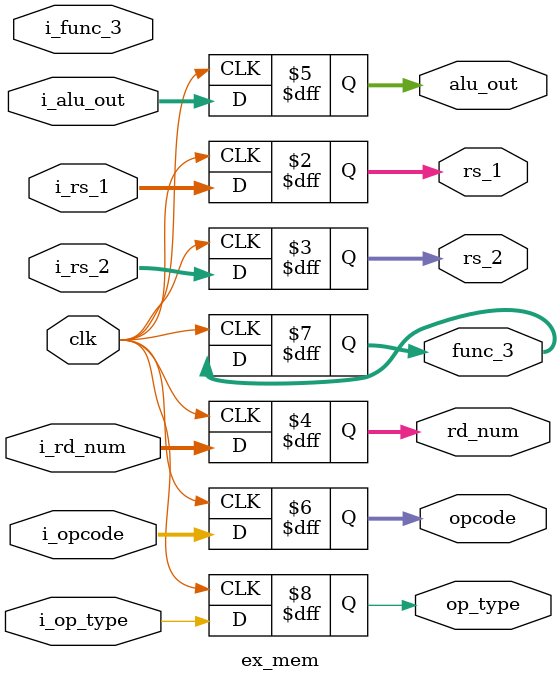
<source format=v>
module ex_mem(input clk,
			  input[31:0] i_rs_1,
              input[31:0] i_rs_2,
              input[4:0] i_rd_num,
              input[31:0] i_alu_out,
              input[6:0] i_opcode,
              input[2:0] i_func_3,
              input i_op_type,
              output reg[31:0] rs_1,
              output reg[31:0] rs_2,
              output reg[4:0] rd_num,
              output reg[31:0] alu_out,
              output reg[6:0] opcode,
              output reg[2:0] func_3,
              output reg op_type);
              
	always @(posedge(clk)) begin
		rs_1 <= i_rs_1;
        rs_2 <= i_rs_2;
        rd_num <= i_rd_num;
        alu_out <= i_alu_out;
        opcode <= i_opcode;
        func_3 <= func_3;
        op_type <= i_op_type;
    end
endmodule

</source>
